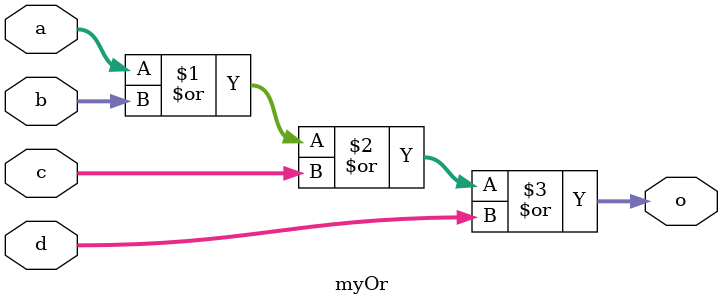
<source format=v>
`timescale 1ns / 1ps


module myOr(
    input [2:0] a,
    input [2:0] b,
    input [2:0] c,
    input [2:0] d,
    output [2:0] o
    );
    assign o = a|b|c|d;
endmodule

</source>
